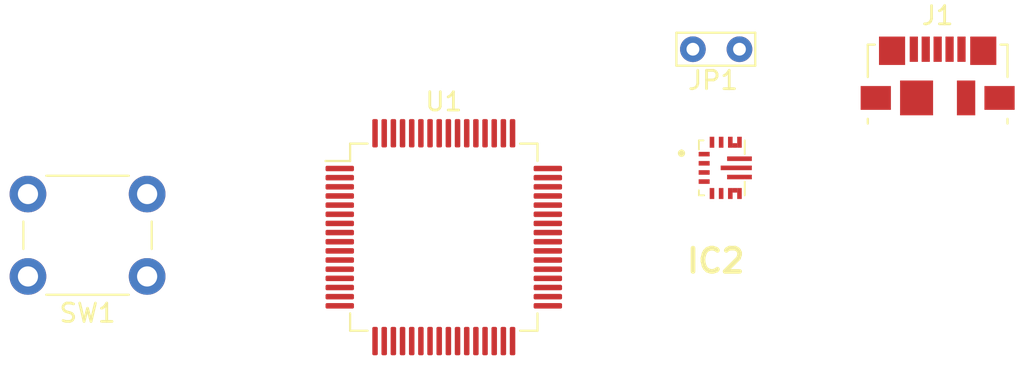
<source format=kicad_pcb>
(kicad_pcb (version 20221018) (generator pcbnew)
  (layers (0 "F.Cu" signal) (31 "B.Cu" signal) (34 "B.Paste" user) (35 "F.Paste" user) (36 "B.SilkS" user "B.Silkscreen") (37 "F.SilkS" user "F.Silkscreen") (38 "B.Mask" user) (39 "F.Mask" user) (44 "Edge.Cuts" user))
  (net 0 "")
  (net 1 "PS{slash}S")
  (net 2 "Net-(IC2-PG)")
  (net 3 "Net-(IC2-VAUX)")
  (net 4 "GND")
  (net 5 "FB")
  (net 6 "PG")
  (net 7 "Net-(IC2-L2)")
  (net 8 "Net-(IC2-L1)")
  (net 9 "VIN")
  (net 10 "Net-(D1-A)")
  (net 15 "VDD")
  (net 16 "Net-(U1-NRST)")
  (net 20 "Net-(U1-PH0)")
  (net 21 "Net-(U1-PH1)")
  (net 26 "ADC1")
  (net 33 "POT_UP")
  (net 34 "POT_DWN")
  (net 37 "BTN_UP")
  (net 38 "BTN_DWN")
  (net 40 "Net-(U1-VCAP1)")
  (net 54 "SWDIO")
  (net 55 "SWCLCK")
  (net 61 "SWO")
  (net 64 "SCL")
  (net 65 "SDA")
  (net 66 "Net-(JP1-B)")
  (footprint "Connector_USB:USB_Micro-B_Molex_47346-0001" (layer "F.Cu") (at 163.21 64.96)
    (fp_text reference "J1" (at 0 -3.3 180) (layer "F.SilkS"))
    (fp_text value "USB_B_Mini")
    (fp_line (start -3.81 -1.71) (end -3.43 -1.71) (stroke (width 0.12)) (layer "F.SilkS"))
    (fp_line (start -3.81 0.06) (end -3.81 -1.71) (stroke (width 0.12)) (layer "F.SilkS"))
    (fp_line (start -3.81 2.6) (end -3.81 2.34) (stroke (width 0.12)) (layer "F.SilkS"))
    (fp_line (start 3.81 -1.71) (end 3.43 -1.71) (stroke (width 0.12)) (layer "F.SilkS"))
    (fp_line (start 3.81 -1.71) (end 3.81 0.06) (stroke (width 0.12)) (layer "F.SilkS"))
    (fp_line (start 3.81 2.34) (end 3.81 2.6) (stroke (width 0.12)) (layer "F.SilkS"))
    (pad "1" smd rect (at -1.3 -1.46) (size 0.45 1.38) (layers "F.Cu" "F.Paste" "F.Mask") (net 10 "Net-(D1-A)"))
    (pad "2" smd rect (at -0.65 -1.46) (size 0.45 1.38) (layers "F.Cu" "F.Paste" "F.Mask"))
    (pad "3" smd rect (at 0 -1.46) (size 0.45 1.38) (layers "F.Cu" "F.Paste" "F.Mask"))
    (pad "4" smd rect (at 0.65 -1.46) (size 0.45 1.38) (layers "F.Cu" "F.Paste" "F.Mask"))
    (pad "5" smd rect (at 1.3 -1.46) (size 0.45 1.38) (layers "F.Cu" "F.Paste" "F.Mask") (net 4 "GND"))
    (pad "6" smd rect (at -3.375 1.2) (size 1.65 1.3) (layers "F.Cu" "F.Paste" "F.Mask"))
    (pad "6" smd rect (at -2.4875 -1.375) (size 1.425 1.55) (layers "F.Cu" "F.Paste" "F.Mask"))
    (pad "6" smd rect (at -1.15 1.2) (size 1.8 1.9) (layers "F.Cu" "F.Paste" "F.Mask"))
    (pad "6" smd rect (at 1.55 1.2) (size 1 1.9) (layers "F.Cu" "F.Paste" "F.Mask"))
    (pad "6" smd rect (at 2.4875 -1.375) (size 1.425 1.55) (layers "F.Cu" "F.Paste" "F.Mask"))
    (pad "6" smd rect (at 3.375 1.2) (size 1.65 1.3) (layers "F.Cu" "F.Paste" "F.Mask"))
  )
  (footprint "TestPoint:TestPoint_Bridge_Pitch2.54mm_Drill0.7mm" (layer "F.Cu") (at 149.86 63.5)
    (fp_text reference "JP1" (at 1.1 1.7) (layer "F.SilkS"))
    (fp_text value "Jumper_2_Open")
    (fp_line (start -0.9 -0.9) (end -0.9 0.9) (stroke (width 0.12)) (layer "F.SilkS"))
    (fp_line (start -0.9 -0.9) (end 3.4 -0.9) (stroke (width 0.12)) (layer "F.SilkS"))
    (fp_line (start 3.4 0.9) (end -0.9 0.9) (stroke (width 0.12)) (layer "F.SilkS"))
    (fp_line (start 3.4 0.9) (end 3.4 -0.9) (stroke (width 0.12)) (layer "F.SilkS"))
    (pad "1" thru_hole circle (at 0 0) (size 1.4 1.4) (drill 0.7) (layers "*.Cu" "*.Mask") (net 15 "VDD"))
    (pad "1" thru_hole circle (at 2.54 0) (size 1.4 1.4) (drill 0.7) (layers "*.Cu" "*.Mask") (net 15 "VDD"))
  )
  (footprint "Custom_eric:TPS630701RNMR" (layer "F.Cu") (at 150.912 69.98)
    (fp_text reference "IC2" (at 0.194 5.08) (layer "F.SilkS") (effects (font (size 1.27 1.27) (thickness 0.254))))
    (fp_text value "TPS63070RNMR" hide)
    (fp_line (start -1.675 -0.9) (end -1.675 -0.9) (stroke (width 0.2)) (layer "F.SilkS"))
    (fp_line (start -1.675 -0.7) (end -1.675 -0.7) (stroke (width 0.2)) (layer "F.SilkS"))
    (fp_line (start -0.725 -1.5) (end -0.475 -1.5) (stroke (width 0.1)) (layer "F.SilkS"))
    (fp_line (start -0.725 -1) (end -0.725 -1.5) (stroke (width 0.1)) (layer "F.SilkS"))
    (fp_line (start -0.725 1.5) (end -0.725 1.225) (stroke (width 0.1)) (layer "F.SilkS"))
    (fp_line (start -0.438 1.5) (end -0.725 1.5) (stroke (width 0.1)) (layer "F.SilkS"))
    (fp_line (start 1.775 -1.5) (end 1.775 -0.75) (stroke (width 0.1)) (layer "F.SilkS"))
    (fp_line (start 1.775 0.75) (end 1.775 1.5) (stroke (width 0.1)) (layer "F.SilkS"))
    (fp_arc (start -1.675 -0.9) (mid -1.575 -0.8) (end -1.675 -0.7) (stroke (width 0.2)) (layer "F.SilkS"))
    (fp_arc (start -1.675 -0.7) (mid -1.775 -0.8) (end -1.675 -0.9) (stroke (width 0.2)) (layer "F.SilkS"))
    (pad "1" smd rect (at -0.438 -0.75 90) (size 0.25 0.6) (layers "F.Cu" "F.Paste" "F.Mask") (net 1 "PS{slash}S"))
    (pad "2" smd rect (at -0.438 -0.25 90) (size 0.25 0.6) (layers "F.Cu" "F.Paste" "F.Mask") (net 2 "Net-(IC2-PG)"))
    (pad "3" smd rect (at -0.438 0.25 90) (size 0.25 0.6) (layers "F.Cu" "F.Paste" "F.Mask") (net 3 "Net-(IC2-VAUX)"))
    (pad "4" smd rect (at -0.438 0.75 90) (size 0.25 0.6) (layers "F.Cu" "F.Paste" "F.Mask") (net 4 "GND"))
    (pad "5" smd rect (at -0.012 1.4) (size 0.25 0.6) (layers "F.Cu" "F.Paste" "F.Mask") (net 5 "FB"))
    (pad "6" smd rect (at 0.488 1.4) (size 0.25 0.6) (layers "F.Cu" "F.Paste" "F.Mask") (net 4 "GND"))
    (pad "7" smd rect (at 0.988 1.4) (size 0.25 0.6) (layers "F.Cu" "F.Paste" "F.Mask") (net 6 "PG"))
    (pad "8" smd rect (at 1.488 1.4) (size 0.25 0.6) (layers "F.Cu" "F.Paste" "F.Mask") (net 6 "PG"))
    (pad "9" smd rect (at 1.488 0.5 90) (size 0.25 1.35) (layers "F.Cu" "F.Paste" "F.Mask") (net 7 "Net-(IC2-L2)"))
    (pad "10" smd rect (at 1.313 0 90) (size 0.25 1.7) (layers "F.Cu" "F.Paste" "F.Mask") (net 4 "GND"))
    (pad "11" smd rect (at 1.488 -0.5 90) (size 0.25 1.35) (layers "F.Cu" "F.Paste" "F.Mask") (net 8 "Net-(IC2-L1)"))
    (pad "12" smd rect (at 1.488 -1.4) (size 0.25 0.6) (layers "F.Cu" "F.Paste" "F.Mask") (net 9 "VIN"))
    (pad "13" smd rect (at 0.988 -1.4) (size 0.25 0.6) (layers "F.Cu" "F.Paste" "F.Mask") (net 9 "VIN"))
    (pad "14" smd rect (at 0.488 -1.4) (size 0.25 0.6) (layers "F.Cu" "F.Paste" "F.Mask") (net 1 "PS{slash}S"))
    (pad "15" smd rect (at -0.012 -1.4) (size 0.25 0.6) (layers "F.Cu" "F.Paste" "F.Mask") (net 4 "GND"))
    (pad "16" smd rect (at 1.238 -1.225) (size 0.25 0.25) (layers "F.Cu" "F.Paste" "F.Mask"))
    (pad "17" smd rect (at 1.238 1.225) (size 0.25 0.25) (layers "F.Cu" "F.Paste" "F.Mask"))
  )
  (footprint "Button_Switch_THT:SW_PUSH_6mm_H7.3mm" (layer "F.Cu") (at 120.09 75.91 180)
    (fp_text reference "SW1" (at 3.25 -2) (layer "F.SilkS"))
    (fp_text value "SW_Push")
    (fp_line (start -0.25 1.5) (end -0.25 3) (stroke (width 0.12)) (layer "F.SilkS"))
    (fp_line (start 1 5.5) (end 5.5 5.5) (stroke (width 0.12)) (layer "F.SilkS"))
    (fp_line (start 5.5 -1) (end 1 -1) (stroke (width 0.12)) (layer "F.SilkS"))
    (fp_line (start 6.75 3) (end 6.75 1.5) (stroke (width 0.12)) (layer "F.SilkS"))
    (pad "1" thru_hole circle (at 0 0 270) (size 2 2) (drill 1.1) (layers "*.Cu" "*.Mask") (net 4 "GND"))
    (pad "1" thru_hole circle (at 6.5 0 270) (size 2 2) (drill 1.1) (layers "*.Cu" "*.Mask") (net 4 "GND"))
    (pad "2" thru_hole circle (at 0 4.5 270) (size 2 2) (drill 1.1) (layers "*.Cu" "*.Mask") (net 16 "Net-(U1-NRST)"))
    (pad "2" thru_hole circle (at 6.5 4.5 270) (size 2 2) (drill 1.1) (layers "*.Cu" "*.Mask") (net 16 "Net-(U1-NRST)"))
  )
  (footprint "Package_QFP:LQFP-64_10x10mm_P0.5mm" (layer "F.Cu") (at 136.272 73.765)
    (fp_text reference "U1" (at 0 -7.4) (layer "F.SilkS"))
    (fp_text value "STM32F401RBTx")
    (fp_line (start -5.11 -5.11) (end -5.11 -4.16) (stroke (width 0.12)) (layer "F.SilkS"))
    (fp_line (start -5.11 -4.16) (end -6.45 -4.16) (stroke (width 0.12)) (layer "F.SilkS"))
    (fp_line (start -5.11 5.11) (end -5.11 4.16) (stroke (width 0.12)) (layer "F.SilkS"))
    (fp_line (start -4.16 -5.11) (end -5.11 -5.11) (stroke (width 0.12)) (layer "F.SilkS"))
    (fp_line (start -4.16 5.11) (end -5.11 5.11) (stroke (width 0.12)) (layer "F.SilkS"))
    (fp_line (start 4.16 -5.11) (end 5.11 -5.11) (stroke (width 0.12)) (layer "F.SilkS"))
    (fp_line (start 4.16 5.11) (end 5.11 5.11) (stroke (width 0.12)) (layer "F.SilkS"))
    (fp_line (start 5.11 -5.11) (end 5.11 -4.16) (stroke (width 0.12)) (layer "F.SilkS"))
    (fp_line (start 5.11 5.11) (end 5.11 4.16) (stroke (width 0.12)) (layer "F.SilkS"))
    (pad "1" smd roundrect (at -5.675 -3.75) (size 1.55 0.3) (layers "F.Cu" "F.Paste" "F.Mask") (net 15 "VDD"))
    (pad "2" smd roundrect (at -5.675 -3.25) (size 1.55 0.3) (layers "F.Cu" "F.Paste" "F.Mask"))
    (pad "3" smd roundrect (at -5.675 -2.75) (size 1.55 0.3) (layers "F.Cu" "F.Paste" "F.Mask"))
    (pad "4" smd roundrect (at -5.675 -2.25) (size 1.55 0.3) (layers "F.Cu" "F.Paste" "F.Mask"))
    (pad "5" smd roundrect (at -5.675 -1.75) (size 1.55 0.3) (layers "F.Cu" "F.Paste" "F.Mask") (net 20 "Net-(U1-PH0)"))
    (pad "6" smd roundrect (at -5.675 -1.25) (size 1.55 0.3) (layers "F.Cu" "F.Paste" "F.Mask") (net 21 "Net-(U1-PH1)"))
    (pad "7" smd roundrect (at -5.675 -0.75) (size 1.55 0.3) (layers "F.Cu" "F.Paste" "F.Mask") (net 16 "Net-(U1-NRST)"))
    (pad "8" smd roundrect (at -5.675 -0.25) (size 1.55 0.3) (layers "F.Cu" "F.Paste" "F.Mask"))
    (pad "9" smd roundrect (at -5.675 0.25) (size 1.55 0.3) (layers "F.Cu" "F.Paste" "F.Mask"))
    (pad "10" smd roundrect (at -5.675 0.75) (size 1.55 0.3) (layers "F.Cu" "F.Paste" "F.Mask"))
    (pad "11" smd roundrect (at -5.675 1.25) (size 1.55 0.3) (layers "F.Cu" "F.Paste" "F.Mask"))
    (pad "12" smd roundrect (at -5.675 1.75) (size 1.55 0.3) (layers "F.Cu" "F.Paste" "F.Mask") (net 4 "GND"))
    (pad "13" smd roundrect (at -5.675 2.25) (size 1.55 0.3) (layers "F.Cu" "F.Paste" "F.Mask") (net 15 "VDD"))
    (pad "14" smd roundrect (at -5.675 2.75) (size 1.55 0.3) (layers "F.Cu" "F.Paste" "F.Mask") (net 26 "ADC1"))
    (pad "15" smd roundrect (at -5.675 3.25) (size 1.55 0.3) (layers "F.Cu" "F.Paste" "F.Mask"))
    (pad "16" smd roundrect (at -5.675 3.75) (size 1.55 0.3) (layers "F.Cu" "F.Paste" "F.Mask"))
    (pad "17" smd roundrect (at -3.75 5.675) (size 0.3 1.55) (layers "F.Cu" "F.Paste" "F.Mask"))
    (pad "18" smd roundrect (at -3.25 5.675) (size 0.3 1.55) (layers "F.Cu" "F.Paste" "F.Mask") (net 4 "GND"))
    (pad "19" smd roundrect (at -2.75 5.675) (size 0.3 1.55) (layers "F.Cu" "F.Paste" "F.Mask") (net 15 "VDD"))
    (pad "20" smd roundrect (at -2.25 5.675) (size 0.3 1.55) (layers "F.Cu" "F.Paste" "F.Mask"))
    (pad "21" smd roundrect (at -1.75 5.675) (size 0.3 1.55) (layers "F.Cu" "F.Paste" "F.Mask"))
    (pad "22" smd roundrect (at -1.25 5.675) (size 0.3 1.55) (layers "F.Cu" "F.Paste" "F.Mask"))
    (pad "23" smd roundrect (at -0.75 5.675) (size 0.3 1.55) (layers "F.Cu" "F.Paste" "F.Mask") (net 33 "POT_UP"))
    (pad "24" smd roundrect (at -0.25 5.675) (size 0.3 1.55) (layers "F.Cu" "F.Paste" "F.Mask") (net 34 "POT_DWN"))
    (pad "25" smd roundrect (at 0.25 5.675) (size 0.3 1.55) (layers "F.Cu" "F.Paste" "F.Mask"))
    (pad "26" smd roundrect (at 0.75 5.675) (size 0.3 1.55) (layers "F.Cu" "F.Paste" "F.Mask"))
    (pad "27" smd roundrect (at 1.25 5.675) (size 0.3 1.55) (layers "F.Cu" "F.Paste" "F.Mask") (net 37 "BTN_UP"))
    (pad "28" smd roundrect (at 1.75 5.675) (size 0.3 1.55) (layers "F.Cu" "F.Paste" "F.Mask") (net 38 "BTN_DWN"))
    (pad "29" smd roundrect (at 2.25 5.675) (size 0.3 1.55) (layers "F.Cu" "F.Paste" "F.Mask"))
    (pad "30" smd roundrect (at 2.75 5.675) (size 0.3 1.55) (layers "F.Cu" "F.Paste" "F.Mask") (net 40 "Net-(U1-VCAP1)"))
    (pad "31" smd roundrect (at 3.25 5.675) (size 0.3 1.55) (layers "F.Cu" "F.Paste" "F.Mask") (net 4 "GND"))
    (pad "32" smd roundrect (at 3.75 5.675) (size 0.3 1.55) (layers "F.Cu" "F.Paste" "F.Mask") (net 15 "VDD"))
    (pad "33" smd roundrect (at 5.675 3.75) (size 1.55 0.3) (layers "F.Cu" "F.Paste" "F.Mask"))
    (pad "34" smd roundrect (at 5.675 3.25) (size 1.55 0.3) (layers "F.Cu" "F.Paste" "F.Mask"))
    (pad "35" smd roundrect (at 5.675 2.75) (size 1.55 0.3) (layers "F.Cu" "F.Paste" "F.Mask"))
    (pad "36" smd roundrect (at 5.675 2.25) (size 1.55 0.3) (layers "F.Cu" "F.Paste" "F.Mask"))
    (pad "37" smd roundrect (at 5.675 1.75) (size 1.55 0.3) (layers "F.Cu" "F.Paste" "F.Mask"))
    (pad "38" smd roundrect (at 5.675 1.25) (size 1.55 0.3) (layers "F.Cu" "F.Paste" "F.Mask"))
    (pad "39" smd roundrect (at 5.675 0.75) (size 1.55 0.3) (layers "F.Cu" "F.Paste" "F.Mask"))
    (pad "40" smd roundrect (at 5.675 0.25) (size 1.55 0.3) (layers "F.Cu" "F.Paste" "F.Mask"))
    (pad "41" smd roundrect (at 5.675 -0.25) (size 1.55 0.3) (layers "F.Cu" "F.Paste" "F.Mask"))
    (pad "42" smd roundrect (at 5.675 -0.75) (size 1.55 0.3) (layers "F.Cu" "F.Paste" "F.Mask"))
    (pad "43" smd roundrect (at 5.675 -1.25) (size 1.55 0.3) (layers "F.Cu" "F.Paste" "F.Mask"))
    (pad "44" smd roundrect (at 5.675 -1.75) (size 1.55 0.3) (layers "F.Cu" "F.Paste" "F.Mask"))
    (pad "45" smd roundrect (at 5.675 -2.25) (size 1.55 0.3) (layers "F.Cu" "F.Paste" "F.Mask"))
    (pad "46" smd roundrect (at 5.675 -2.75) (size 1.55 0.3) (layers "F.Cu" "F.Paste" "F.Mask") (net 54 "SWDIO"))
    (pad "47" smd roundrect (at 5.675 -3.25) (size 1.55 0.3) (layers "F.Cu" "F.Paste" "F.Mask") (net 4 "GND"))
    (pad "48" smd roundrect (at 5.675 -3.75) (size 1.55 0.3) (layers "F.Cu" "F.Paste" "F.Mask") (net 15 "VDD"))
    (pad "49" smd roundrect (at 3.75 -5.675) (size 0.3 1.55) (layers "F.Cu" "F.Paste" "F.Mask") (net 55 "SWCLCK"))
    (pad "50" smd roundrect (at 3.25 -5.675) (size 0.3 1.55) (layers "F.Cu" "F.Paste" "F.Mask"))
    (pad "51" smd roundrect (at 2.75 -5.675) (size 0.3 1.55) (layers "F.Cu" "F.Paste" "F.Mask"))
    (pad "52" smd roundrect (at 2.25 -5.675) (size 0.3 1.55) (layers "F.Cu" "F.Paste" "F.Mask"))
    (pad "53" smd roundrect (at 1.75 -5.675) (size 0.3 1.55) (layers "F.Cu" "F.Paste" "F.Mask"))
    (pad "54" smd roundrect (at 1.25 -5.675) (size 0.3 1.55) (layers "F.Cu" "F.Paste" "F.Mask"))
    (pad "55" smd roundrect (at 0.75 -5.675) (size 0.3 1.55) (layers "F.Cu" "F.Paste" "F.Mask") (net 61 "SWO"))
    (pad "56" smd roundrect (at 0.25 -5.675) (size 0.3 1.55) (layers "F.Cu" "F.Paste" "F.Mask"))
    (pad "57" smd roundrect (at -0.25 -5.675) (size 0.3 1.55) (layers "F.Cu" "F.Paste" "F.Mask"))
    (pad "58" smd roundrect (at -0.75 -5.675) (size 0.3 1.55) (layers "F.Cu" "F.Paste" "F.Mask") (net 64 "SCL"))
    (pad "59" smd roundrect (at -1.25 -5.675) (size 0.3 1.55) (layers "F.Cu" "F.Paste" "F.Mask") (net 65 "SDA"))
    (pad "60" smd roundrect (at -1.75 -5.675) (size 0.3 1.55) (layers "F.Cu" "F.Paste" "F.Mask") (net 66 "Net-(JP1-B)"))
    (pad "61" smd roundrect (at -2.25 -5.675) (size 0.3 1.55) (layers "F.Cu" "F.Paste" "F.Mask"))
    (pad "62" smd roundrect (at -2.75 -5.675) (size 0.3 1.55) (layers "F.Cu" "F.Paste" "F.Mask"))
    (pad "63" smd roundrect (at -3.25 -5.675) (size 0.3 1.55) (layers "F.Cu" "F.Paste" "F.Mask") (net 4 "GND"))
    (pad "64" smd roundrect (at -3.75 -5.675) (size 0.3 1.55) (layers "F.Cu" "F.Paste" "F.Mask") (net 15 "VDD"))
  )
)
</source>
